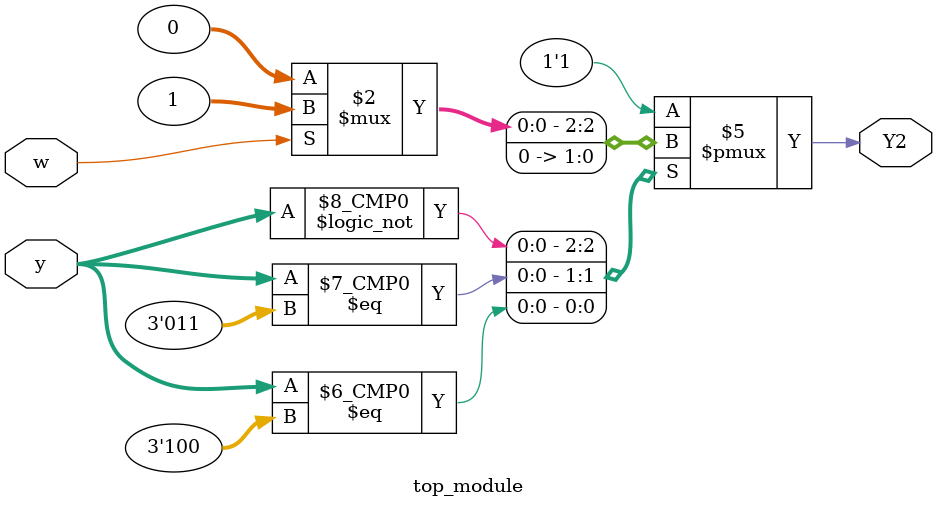
<source format=sv>
module top_module(
    input [3:1] y,
    input w,
    output reg Y2);

    always @(*) begin
        case (y)
            // Next state logic for Y2
            3'b000: Y2 = (w) ? 1 : 0;
            3'b001: Y2 = 1;
            3'b010: Y2 = 1;
            3'b011: Y2 = 0;
            3'b100: Y2 = 0;
            3'b101: Y2 = 1;
            default: Y2 = 1;
        endcase
    end

endmodule

</source>
